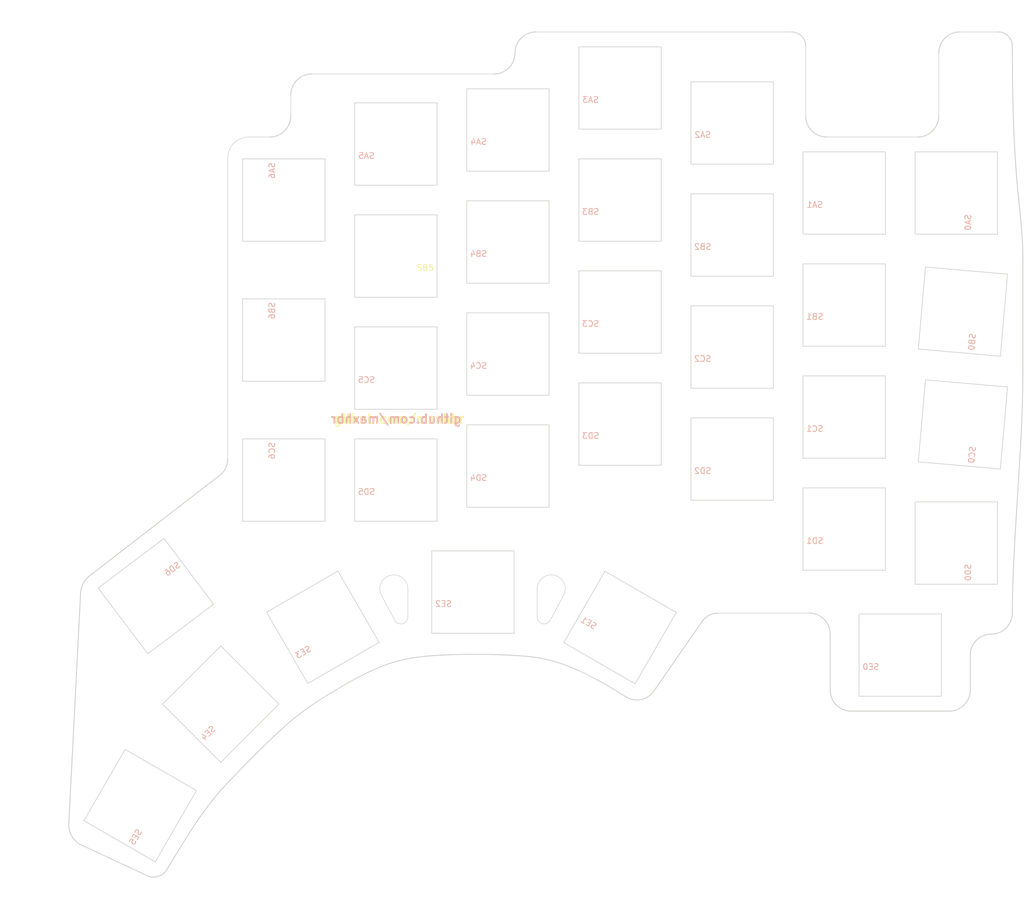
<source format=kicad_pcb>
(kicad_pcb (version 20221018) (generator pcbnew)
  (layers (0 "F.Cu" signal) (31 "B.Cu" signal) (34 "B.Paste" user) (35 "F.Paste" user) (36 "B.SilkS" user "B.Silkscreen") (37 "F.SilkS" user "F.Silkscreen") (38 "B.Mask" user) (39 "F.Mask" user) (44 "Edge.Cuts" user))
  (net 0 "")
  (footprint "pretty:SW_Hole" (layer "F.Cu") (at 101.298715 136.95092 30)
    (fp_text reference "SE3" hide)
    (fp_text value "SW" hide)
    (fp_text user "${REFERENCE}" (at -5 2 210) (layer "B.SilkS") (effects (justify mirror)))
    (fp_line (start -7 -7) (end -7 7) (stroke (width 0.12)) (layer "Edge.Cuts"))
    (fp_line (start -7 7) (end 7 7) (stroke (width 0.12)) (layer "Edge.Cuts"))
    (fp_line (start 7 -7) (end -7 -7) (stroke (width 0.12)) (layer "Edge.Cuts"))
    (fp_line (start 7 7) (end 7 -7) (stroke (width 0.12)) (layer "Edge.Cuts"))
  )
  (footprint "MountingHole:MountingHole_2.2mm_M2" (layer "F.Cu") (at 176.212648 38.100032)
    (fp_text reference "H2" hide)
    (fp_text value "MountingHole")
    (pad "" np_thru_hole circle (at 0 0) (size 2.2 2.2) (drill 2.2) (layers "*.Cu" "*.Mask"))
  )
  (footprint "pretty:SW_Hole" (layer "F.Cu") (at 210.080915 83.27292 85)
    (fp_text reference "SB0" hide)
    (fp_text value "SW" hide)
    (fp_text user "${REFERENCE}" (at -5 2 265) (layer "B.SilkS") (effects (justify mirror)))
    (fp_line (start -7 -7) (end -7 7) (stroke (width 0.12)) (layer "Edge.Cuts"))
    (fp_line (start -7 7) (end 7 7) (stroke (width 0.12)) (layer "Edge.Cuts"))
    (fp_line (start 7 -7) (end -7 -7) (stroke (width 0.12)) (layer "Edge.Cuts"))
    (fp_line (start 7 7) (end 7 -7) (stroke (width 0.12)) (layer "Edge.Cuts"))
  )
  (footprint "pretty:SW_Hole" (layer "F.Cu") (at 170.854815 70.24692)
    (fp_text reference "SB2" hide)
    (fp_text value "SW" hide)
    (fp_text user "${REFERENCE}" (at -5 2 180) (layer "B.SilkS") (effects (justify mirror)))
    (fp_line (start -7 -7) (end -7 7) (stroke (width 0.12)) (layer "Edge.Cuts"))
    (fp_line (start -7 7) (end 7 7) (stroke (width 0.12)) (layer "Edge.Cuts"))
    (fp_line (start 7 -7) (end -7 -7) (stroke (width 0.12)) (layer "Edge.Cuts"))
    (fp_line (start 7 7) (end 7 -7) (stroke (width 0.12)) (layer "Edge.Cuts"))
  )
  (footprint "MountingHole:MountingHole_2.2mm_M2" (layer "F.Cu") (at 214.907993 134.540738)
    (fp_text reference "H11" hide)
    (fp_text value "MountingHole")
    (pad "" np_thru_hole circle (at 0 0) (size 2.2 2.2) (drill 2.2) (layers "*.Cu" "*.Mask"))
  )
  (footprint "pretty:SW_Hole" (layer "F.Cu") (at 189.904815 101.20322)
    (fp_text reference "SC1" hide)
    (fp_text value "SW" hide)
    (fp_text user "${REFERENCE}" (at -5 2 180) (layer "B.SilkS") (effects (justify mirror)))
    (fp_line (start -7 -7) (end -7 7) (stroke (width 0.12)) (layer "Edge.Cuts"))
    (fp_line (start -7 7) (end 7 7) (stroke (width 0.12)) (layer "Edge.Cuts"))
    (fp_line (start 7 -7) (end -7 -7) (stroke (width 0.12)) (layer "Edge.Cuts"))
    (fp_line (start 7 7) (end 7 -7) (stroke (width 0.12)) (layer "Edge.Cuts"))
  )
  (footprint "pretty:SW_Hole" (layer "F.Cu") (at 132.754815 71.43762)
    (fp_text reference "SB4" hide)
    (fp_text value "SW" hide)
    (fp_text user "${REFERENCE}" (at -5 2 180) (layer "B.SilkS") (effects (justify mirror)))
    (fp_line (start -7 -7) (end -7 7) (stroke (width 0.12)) (layer "Edge.Cuts"))
    (fp_line (start -7 7) (end 7 7) (stroke (width 0.12)) (layer "Edge.Cuts"))
    (fp_line (start 7 -7) (end -7 -7) (stroke (width 0.12)) (layer "Edge.Cuts"))
    (fp_line (start 7 7) (end 7 -7) (stroke (width 0.12)) (layer "Edge.Cuts"))
  )
  (footprint "pretty:SW_Hole" (layer "F.Cu") (at 189.904815 120.25322)
    (fp_text reference "SD1" hide)
    (fp_text value "SW" hide)
    (fp_text user "${REFERENCE}" (at -5 2 180) (layer "B.SilkS") (effects (justify mirror)))
    (fp_line (start -7 -7) (end -7 7) (stroke (width 0.12)) (layer "Edge.Cuts"))
    (fp_line (start -7 7) (end 7 7) (stroke (width 0.12)) (layer "Edge.Cuts"))
    (fp_line (start 7 -7) (end -7 -7) (stroke (width 0.12)) (layer "Edge.Cuts"))
    (fp_line (start 7 7) (end 7 -7) (stroke (width 0.12)) (layer "Edge.Cuts"))
  )
  (footprint "pretty:SW_Hole" (layer "F.Cu") (at 151.804783 45.24378)
    (fp_text reference "SA3" hide)
    (fp_text value "SW" hide)
    (fp_text user "${REFERENCE}" (at -5 2 180) (layer "B.SilkS") (effects (justify mirror)))
    (fp_line (start -7 -7) (end -7 7) (stroke (width 0.12)) (layer "Edge.Cuts"))
    (fp_line (start -7 7) (end 7 7) (stroke (width 0.12)) (layer "Edge.Cuts"))
    (fp_line (start 7 -7) (end -7 -7) (stroke (width 0.12)) (layer "Edge.Cuts"))
    (fp_line (start 7 7) (end 7 -7) (stroke (width 0.12)) (layer "Edge.Cuts"))
  )
  (footprint "pretty:SW_Hole" (layer "F.Cu") (at 208.954815 122.63442 90)
    (fp_text reference "SD0" hide)
    (fp_text value "SW" hide)
    (fp_text user "${REFERENCE}" (at -5 2 270) (layer "B.SilkS") (effects (justify mirror)))
    (fp_line (start -7 -7) (end -7 7) (stroke (width 0.12)) (layer "Edge.Cuts"))
    (fp_line (start -7 7) (end 7 7) (stroke (width 0.12)) (layer "Edge.Cuts"))
    (fp_line (start 7 -7) (end -7 -7) (stroke (width 0.12)) (layer "Edge.Cuts"))
    (fp_line (start 7 7) (end 7 -7) (stroke (width 0.12)) (layer "Edge.Cuts"))
  )
  (footprint "MountingHole:MountingHole_2.2mm_M2" (layer "F.Cu") (at 99.417271 50.006292)
    (fp_text reference "H4" hide)
    (fp_text value "MountingHole")
    (pad "" np_thru_hole circle (at 0 0) (size 2.2 2.2) (drill 2.2) (layers "*.Cu" "*.Mask"))
  )
  (footprint "pretty:SW_Hole" (layer "F.Cu") (at 208.954815 63.10322 90)
    (fp_text reference "SA0" hide)
    (fp_text value "SW" hide)
    (fp_text user "${REFERENCE}" (at -5 2 270) (layer "B.SilkS") (effects (justify mirror)))
    (fp_line (start -7 -7) (end -7 7) (stroke (width 0.12)) (layer "Edge.Cuts"))
    (fp_line (start -7 7) (end 7 7) (stroke (width 0.12)) (layer "Edge.Cuts"))
    (fp_line (start 7 -7) (end -7 -7) (stroke (width 0.12)) (layer "Edge.Cuts"))
    (fp_line (start 7 7) (end 7 -7) (stroke (width 0.12)) (layer "Edge.Cuts"))
  )
  (footprint "MountingHole:MountingHole_2.2mm_M2" (layer "F.Cu") (at 91.082889 76.200064)
    (fp_text reference "H5" hide)
    (fp_text value "MountingHole")
    (pad "" np_thru_hole circle (at 0 0) (size 2.2 2.2) (drill 2.2) (layers "*.Cu" "*.Mask"))
  )
  (footprint "pretty:SW_Hole" (layer "F.Cu") (at 126.801615 130.96892)
    (fp_text reference "SE2" hide)
    (fp_text value "SW" hide)
    (fp_text user "${REFERENCE}" (at -5 2 180) (layer "B.SilkS") (effects (justify mirror)))
    (fp_line (start -7 -7) (end -7 7) (stroke (width 0.12)) (layer "Edge.Cuts"))
    (fp_line (start -7 7) (end 7 7) (stroke (width 0.12)) (layer "Edge.Cuts"))
    (fp_line (start 7 -7) (end -7 -7) (stroke (width 0.12)) (layer "Edge.Cuts"))
    (fp_line (start 7 7) (end 7 -7) (stroke (width 0.12)) (layer "Edge.Cuts"))
  )
  (footprint "MountingHole:MountingHole_2.2mm_M2" (layer "F.Cu") (at 91.082889 100.012584)
    (fp_text reference "H6" hide)
    (fp_text value "MountingHole")
    (pad "" np_thru_hole circle (at 0 0) (size 2.2 2.2) (drill 2.2) (layers "*.Cu" "*.Mask"))
  )
  (footprint "pretty:SW_Hole" (layer "F.Cu") (at 94.654715 111.91892 -90)
    (fp_text reference "SC6" hide)
    (fp_text value "SW" hide)
    (fp_text user "${REFERENCE}" (at -5 2 90) (layer "B.SilkS") (effects (justify mirror)))
    (fp_line (start -7 -7) (end -7 7) (stroke (width 0.12)) (layer "Edge.Cuts"))
    (fp_line (start -7 7) (end 7 7) (stroke (width 0.12)) (layer "Edge.Cuts"))
    (fp_line (start 7 -7) (end -7 -7) (stroke (width 0.12)) (layer "Edge.Cuts"))
    (fp_line (start 7 7) (end 7 -7) (stroke (width 0.12)) (layer "Edge.Cuts"))
  )
  (footprint "pretty:SW_Hole" (layer "F.Cu") (at 83.939115 150.01882 45)
    (fp_text reference "SE4" hide)
    (fp_text value "SW" hide)
    (fp_text user "${REFERENCE}" (at -5 2 225) (layer "B.SilkS") (effects (justify mirror)))
    (fp_line (start -7 -7) (end -7 7) (stroke (width 0.12)) (layer "Edge.Cuts"))
    (fp_line (start -7 7) (end 7 7) (stroke (width 0.12)) (layer "Edge.Cuts"))
    (fp_line (start 7 -7) (end -7 -7) (stroke (width 0.12)) (layer "Edge.Cuts"))
    (fp_line (start 7 7) (end 7 -7) (stroke (width 0.12)) (layer "Edge.Cuts"))
  )
  (footprint "MountingHole:MountingHole_2.2mm_M2" (layer "F.Cu") (at 64.889117 148.232937)
    (fp_text reference "H8" hide)
    (fp_text value "MountingHole")
    (pad "" np_thru_hole circle (at 0 0) (size 2.2 2.2) (drill 2.2) (layers "*.Cu" "*.Mask"))
  )
  (footprint "pretty:SW_Hole" (layer "F.Cu") (at 189.904783 63.10318)
    (fp_text reference "SA1" hide)
    (fp_text value "SW" hide)
    (fp_text user "${REFERENCE}" (at -5 2 180) (layer "B.SilkS") (effects (justify mirror)))
    (fp_line (start -7 -7) (end -7 7) (stroke (width 0.12)) (layer "Edge.Cuts"))
    (fp_line (start -7 7) (end 7 7) (stroke (width 0.12)) (layer "Edge.Cuts"))
    (fp_line (start 7 -7) (end -7 -7) (stroke (width 0.12)) (layer "Edge.Cuts"))
    (fp_line (start 7 7) (end 7 -7) (stroke (width 0.12)) (layer "Edge.Cuts"))
  )
  (footprint "pretty:SW_Hole" (layer "F.Cu") (at 70.246815 167.28302 60)
    (fp_text reference locked "SE5" hide)
    (fp_text value "SW" hide)
    (fp_text user "${REFERENCE}" (at -5 2 240) (layer "B.SilkS") (effects (justify mirror)))
    (fp_line (start -7 -7) (end -7 7) (stroke (width 0.12)) (layer "Edge.Cuts"))
    (fp_line (start -7 7) (end 7 7) (stroke (width 0.12)) (layer "Edge.Cuts"))
    (fp_line (start 7 -7) (end -7 -7) (stroke (width 0.12)) (layer "Edge.Cuts"))
    (fp_line (start 7 7) (end 7 -7) (stroke (width 0.12)) (layer "Edge.Cuts"))
  )
  (footprint "pretty:SW_Hole" (layer "F.Cu") (at 72.917515 131.65152 -143)
    (fp_text reference "SD6" hide)
    (fp_text value "SW" hide)
    (fp_text user "${REFERENCE}" (at -5 2 37) (layer "B.SilkS") (effects (justify mirror)))
    (fp_line (start -7 -7) (end -7 7) (stroke (width 0.12)) (layer "Edge.Cuts"))
    (fp_line (start -7 7) (end 7 7) (stroke (width 0.12)) (layer "Edge.Cuts"))
    (fp_line (start 7 -7) (end -7 -7) (stroke (width 0.12)) (layer "Edge.Cuts"))
    (fp_line (start 7 7) (end 7 -7) (stroke (width 0.12)) (layer "Edge.Cuts"))
  )
  (footprint "pretty:SW_Hole" (layer "F.Cu") (at 113.704815 111.91882)
    (fp_text reference "SD5" hide)
    (fp_text value "SW" hide)
    (fp_text user "${REFERENCE}" (at -5 2 180) (layer "B.SilkS") (effects (justify mirror)))
    (fp_line (start -7 -7) (end -7 7) (stroke (width 0.12)) (layer "Edge.Cuts"))
    (fp_line (start -7 7) (end 7 7) (stroke (width 0.12)) (layer "Edge.Cuts"))
    (fp_line (start 7 -7) (end -7 -7) (stroke (width 0.12)) (layer "Edge.Cuts"))
    (fp_line (start 7 7) (end 7 -7) (stroke (width 0.12)) (layer "Edge.Cuts"))
  )
  (footprint "MountingHole:MountingHole_2.2mm_M2" (layer "F.Cu") (at 145.851685 116.681348)
    (fp_text reference "H9" hide)
    (fp_text value "MountingHole")
    (pad "" np_thru_hole circle (at 0 0) (size 2.2 2.2) (drill 2.2) (layers "*.Cu" "*.Mask"))
  )
  (footprint "MountingHole:MountingHole_2.2mm_M2" (layer "F.Cu") (at 183.951717 130.96886)
    (fp_text reference "H10" hide)
    (fp_text value "MountingHole")
    (pad "" np_thru_hole circle (at 0 0) (size 2.2 2.2) (drill 2.2) (layers "*.Cu" "*.Mask"))
  )
  (footprint "pretty:SW_Hole" (layer "F.Cu") (at 151.804815 102.39382)
    (fp_text reference "SD3" hide)
    (fp_text value "SW" hide)
    (fp_text user "${REFERENCE}" (at -5 2 180) (layer "B.SilkS") (effects (justify mirror)))
    (fp_line (start -7 -7) (end -7 7) (stroke (width 0.12)) (layer "Edge.Cuts"))
    (fp_line (start -7 7) (end 7 7) (stroke (width 0.12)) (layer "Edge.Cuts"))
    (fp_line (start 7 -7) (end -7 -7) (stroke (width 0.12)) (layer "Edge.Cuts"))
    (fp_line (start 7 7) (end 7 -7) (stroke (width 0.12)) (layer "Edge.Cuts"))
  )
  (footprint "MountingHole:MountingHole_2.2mm_M2" (layer "F.Cu") (at 214.31268 50.006292)
    (fp_text reference "H1" hide)
    (fp_text value "MountingHole")
    (pad "" np_thru_hole circle (at 0 0) (size 2.2 2.2) (drill 2.2) (layers "*.Cu" "*.Mask"))
  )
  (footprint "pretty:SW_Hole" (layer "F.Cu") (at 132.754815 90.48762)
    (fp_text reference "SC4" hide)
    (fp_text value "SW" hide)
    (fp_text user "${REFERENCE}" (at -5 2 180) (layer "B.SilkS") (effects (justify mirror)))
    (fp_line (start -7 -7) (end -7 7) (stroke (width 0.12)) (layer "Edge.Cuts"))
    (fp_line (start -7 7) (end 7 7) (stroke (width 0.12)) (layer "Edge.Cuts"))
    (fp_line (start 7 -7) (end -7 -7) (stroke (width 0.12)) (layer "Edge.Cuts"))
    (fp_line (start 7 7) (end 7 -7) (stroke (width 0.12)) (layer "Edge.Cuts"))
  )
  (footprint "pretty:SW_Hole" (layer "F.Cu") (at 113.704815 92.86882)
    (fp_text reference "SC5" hide)
    (fp_text value "SW" hide)
    (fp_text user "${REFERENCE}" (at -5 2 180) (layer "B.SilkS") (effects (justify mirror)))
    (fp_line (start -7 -7) (end -7 7) (stroke (width 0.12)) (layer "Edge.Cuts"))
    (fp_line (start -7 7) (end 7 7) (stroke (width 0.12)) (layer "Edge.Cuts"))
    (fp_line (start 7 -7) (end -7 -7) (stroke (width 0.12)) (layer "Edge.Cuts"))
    (fp_line (start 7 7) (end 7 -7) (stroke (width 0.12)) (layer "Edge.Cuts"))
  )
  (footprint "pretty:SW_Hole" (layer "F.Cu") (at 151.804815 83.34382)
    (fp_text reference "SC3" hide)
    (fp_text value "SW" hide)
    (fp_text user "${REFERENCE}" (at -5 2 180) (layer "B.SilkS") (effects (justify mirror)))
    (fp_line (start -7 -7) (end -7 7) (stroke (width 0.12)) (layer "Edge.Cuts"))
    (fp_line (start -7 7) (end 7 7) (stroke (width 0.12)) (layer "Edge.Cuts"))
    (fp_line (start 7 -7) (end -7 -7) (stroke (width 0.12)) (layer "Edge.Cuts"))
    (fp_line (start 7 7) (end 7 -7) (stroke (width 0.12)) (layer "Edge.Cuts"))
  )
  (footprint "MountingHole:MountingHole_2.2mm_M2" (layer "F.Cu") (at 89.892263 126.206356)
    (fp_text reference "H7" hide)
    (fp_text value "MountingHole")
    (pad "" np_thru_hole circle (at 0 0) (size 2.2 2.2) (drill 2.2) (layers "*.Cu" "*.Mask"))
  )
  (footprint "pretty:SW_Hole" (layer "F.Cu") (at 170.854815 89.29692)
    (fp_text reference "SC2" hide)
    (fp_text value "SW" hide)
    (fp_text user "${REFERENCE}" (at -5 2 180) (layer "B.SilkS") (effects (justify mirror)))
    (fp_line (start -7 -7) (end -7 7) (stroke (width 0.12)) (layer "Edge.Cuts"))
    (fp_line (start -7 7) (end 7 7) (stroke (width 0.12)) (layer "Edge.Cuts"))
    (fp_line (start 7 -7) (end -7 -7) (stroke (width 0.12)) (layer "Edge.Cuts"))
    (fp_line (start 7 7) (end 7 -7) (stroke (width 0.12)) (layer "Edge.Cuts"))
  )
  (footprint "MountingHole:MountingHole_2.2mm_M2" (layer "F.Cu") (at 137.517303 39.290658)
    (fp_text reference "H3" hide)
    (fp_text value "MountingHole")
    (pad "" np_thru_hole circle (at 0 0) (size 2.2 2.2) (drill 2.2) (layers "*.Cu" "*.Mask"))
  )
  (footprint "pretty:SW_Hole" (layer "F.Cu") (at 113.704783 54.76878)
    (fp_text reference "SA5" hide)
    (fp_text value "SW" hide)
    (fp_text user "${REFERENCE}" (at -5 2 180) (layer "B.SilkS") (effects (justify mirror)))
    (fp_line (start -7 -7) (end -7 7) (stroke (width 0.12)) (layer "Edge.Cuts"))
    (fp_line (start -7 7) (end 7 7) (stroke (width 0.12)) (layer "Edge.Cuts"))
    (fp_line (start 7 -7) (end -7 -7) (stroke (width 0.12)) (layer "Edge.Cuts"))
    (fp_line (start 7 7) (end 7 -7) (stroke (width 0.12)) (layer "Edge.Cuts"))
  )
  (footprint "pretty:SW_Hole" (layer "F.Cu") (at 94.654815 64.29382 -90)
    (fp_text reference "SA6" hide)
    (fp_text value "SW" hide)
    (fp_text user "${REFERENCE}" (at -5 2 90) (layer "B.SilkS") (effects (justify mirror)))
    (fp_line (start -7 -7) (end -7 7) (stroke (width 0.12)) (layer "Edge.Cuts"))
    (fp_line (start -7 7) (end 7 7) (stroke (width 0.12)) (layer "Edge.Cuts"))
    (fp_line (start 7 -7) (end -7 -7) (stroke (width 0.12)) (layer "Edge.Cuts"))
    (fp_line (start 7 7) (end 7 -7) (stroke (width 0.12)) (layer "Edge.Cuts"))
  )
  (footprint "pretty:SW_Hole" (layer "F.Cu") (at 132.754815 109.53762)
    (fp_text reference "SD4" hide)
    (fp_text value "SW" hide)
    (fp_text user "${REFERENCE}" (at -5 2 180) (layer "B.SilkS") (effects (justify mirror)))
    (fp_line (start -7 -7) (end -7 7) (stroke (width 0.12)) (layer "Edge.Cuts"))
    (fp_line (start -7 7) (end 7 7) (stroke (width 0.12)) (layer "Edge.Cuts"))
    (fp_line (start 7 -7) (end -7 -7) (stroke (width 0.12)) (layer "Edge.Cuts"))
    (fp_line (start 7 7) (end 7 -7) (stroke (width 0.12)) (layer "Edge.Cuts"))
  )
  (footprint "pretty:SW_Hole" (layer "F.Cu") (at 170.854815 108.34692)
    (fp_text reference "SD2" hide)
    (fp_text value "SW" hide)
    (fp_text user "${REFERENCE}" (at -5 2 180) (layer "B.SilkS") (effects (justify mirror)))
    (fp_line (start -7 -7) (end -7 7) (stroke (width 0.12)) (layer "Edge.Cuts"))
    (fp_line (start -7 7) (end 7 7) (stroke (width 0.12)) (layer "Edge.Cuts"))
    (fp_line (start 7 -7) (end -7 -7) (stroke (width 0.12)) (layer "Edge.Cuts"))
    (fp_line (start 7 7) (end 7 -7) (stroke (width 0.12)) (layer "Edge.Cuts"))
  )
  (footprint "pretty:SW_Hole" (layer "F.Cu") (at 170.854783 51.19688)
    (fp_text reference "SA2" hide)
    (fp_text value "SW" hide)
    (fp_text user "${REFERENCE}" (at -5 2 180) (layer "B.SilkS") (effects (justify mirror)))
    (fp_line (start -7 -7) (end -7 7) (stroke (width 0.12)) (layer "Edge.Cuts"))
    (fp_line (start -7 7) (end 7 7) (stroke (width 0.12)) (layer "Edge.Cuts"))
    (fp_line (start 7 -7) (end -7 -7) (stroke (width 0.12)) (layer "Edge.Cuts"))
    (fp_line (start 7 7) (end 7 -7) (stroke (width 0.12)) (layer "Edge.Cuts"))
  )
  (footprint "pretty:SW_Hole" (layer "F.Cu") (at 210.080915 102.45572 85)
    (fp_text reference "SC0" hide)
    (fp_text value "SW" hide)
    (fp_text user "${REFERENCE}" (at -5 2 265) (layer "B.SilkS") (effects (justify mirror)))
    (fp_line (start -7 -7) (end -7 7) (stroke (width 0.12)) (layer "Edge.Cuts"))
    (fp_line (start -7 7) (end 7 7) (stroke (width 0.12)) (layer "Edge.Cuts"))
    (fp_line (start 7 -7) (end -7 -7) (stroke (width 0.12)) (layer "Edge.Cuts"))
    (fp_line (start 7 7) (end 7 -7) (stroke (width 0.12)) (layer "Edge.Cuts"))
  )
  (footprint "pretty:SW_Hole" (layer "F.Cu") (at 94.654815 88.10632 -90)
    (fp_text reference "SB6" hide)
    (fp_text value "SW" hide)
    (fp_text user "${REFERENCE}" (at -5 2 90) (layer "B.SilkS") (effects (justify mirror)))
    (fp_line (start -7 -7) (end -7 7) (stroke (width 0.12)) (layer "Edge.Cuts"))
    (fp_line (start -7 7) (end 7 7) (stroke (width 0.12)) (layer "Edge.Cuts"))
    (fp_line (start 7 -7) (end -7 -7) (stroke (width 0.12)) (layer "Edge.Cuts"))
    (fp_line (start 7 7) (end 7 -7) (stroke (width 0.12)) (layer "Edge.Cuts"))
  )
  (footprint "pretty:SW_Hole" (layer "F.Cu") (at 151.804715 136.99312 -30)
    (fp_text reference locked "SE1" hide)
    (fp_text value "SW" hide)
    (fp_text user "${REFERENCE}" (at -5 2 150) (layer "B.SilkS") (effects (justify mirror)))
    (fp_line (start -7 -7) (end -7 7) (stroke (width 0.12)) (layer "Edge.Cuts"))
    (fp_line (start -7 7) (end 7 7) (stroke (width 0.12)) (layer "Edge.Cuts"))
    (fp_line (start 7 -7) (end -7 -7) (stroke (width 0.12)) (layer "Edge.Cuts"))
    (fp_line (start 7 7) (end 7 -7) (stroke (width 0.12)) (layer "Edge.Cuts"))
  )
  (footprint "pretty:SW_Hole" (layer "F.Cu") (at 199.429815 141.68452)
    (fp_text reference "SE0" hide)
    (fp_text value "SW" hide)
    (fp_text user "${REFERENCE}" (at -5 2 180) (layer "B.SilkS") (effects (justify mirror)))
    (fp_line (start -7 -7) (end -7 7) (stroke (width 0.12)) (layer "Edge.Cuts"))
    (fp_line (start -7 7) (end 7 7) (stroke (width 0.12)) (layer "Edge.Cuts"))
    (fp_line (start 7 -7) (end -7 -7) (stroke (width 0.12)) (layer "Edge.Cuts"))
    (fp_line (start 7 7) (end 7 -7) (stroke (width 0.12)) (layer "Edge.Cuts"))
  )
  (footprint "pretty:SW_Hole" (layer "F.Cu") (at 189.904815 82.15322)
    (fp_text reference "SB1" hide)
    (fp_text value "SW" hide)
    (fp_text user "${REFERENCE}" (at -5 2 180) (layer "B.SilkS") (effects (justify mirror)))
    (fp_line (start -7 -7) (end -7 7) (stroke (width 0.12)) (layer "Edge.Cuts"))
    (fp_line (start -7 7) (end 7 7) (stroke (width 0.12)) (layer "Edge.Cuts"))
    (fp_line (start 7 -7) (end -7 -7) (stroke (width 0.12)) (layer "Edge.Cuts"))
    (fp_line (start 7 7) (end 7 -7) (stroke (width 0.12)) (layer "Edge.Cuts"))
  )
  (footprint "pretty:SW_Hole" (layer "F.Cu") (at 151.804815 64.29382)
    (fp_text reference "SB3" hide)
    (fp_text value "SW" hide)
    (fp_text user "${REFERENCE}" (at -5 2 180) (layer "B.SilkS") (effects (justify mirror)))
    (fp_line (start -7 -7) (end -7 7) (stroke (width 0.12)) (layer "Edge.Cuts"))
    (fp_line (start -7 7) (end 7 7) (stroke (width 0.12)) (layer "Edge.Cuts"))
    (fp_line (start 7 -7) (end -7 -7) (stroke (width 0.12)) (layer "Edge.Cuts"))
    (fp_line (start 7 7) (end 7 -7) (stroke (width 0.12)) (layer "Edge.Cuts"))
  )
  (footprint "pretty:SW_Hole" (layer "F.Cu") (at 132.754783 52.38758)
    (fp_text reference "SA4" hide)
    (fp_text value "SW" hide)
    (fp_text user "${REFERENCE}" (at -5 2 180) (layer "B.SilkS") (effects (justify mirror)))
    (fp_line (start -7 -7) (end -7 7) (stroke (width 0.12)) (layer "Edge.Cuts"))
    (fp_line (start -7 7) (end 7 7) (stroke (width 0.12)) (layer "Edge.Cuts"))
    (fp_line (start 7 -7) (end -7 -7) (stroke (width 0.12)) (layer "Edge.Cuts"))
    (fp_line (start 7 7) (end 7 -7) (stroke (width 0.12)) (layer "Edge.Cuts"))
  )
  (footprint "pretty:SW_Hole" (layer "B.Cu") (at 113.704815 73.81882 180)
    (fp_text reference "SB5" hide)
    (fp_text value "SW" hide)
    (fp_text user "${REFERENCE}" (at -5 -2) (layer "F.SilkS"))
    (fp_line (start -7 -7) (end 7 -7) (stroke (width 0.12)) (layer "Edge.Cuts"))
    (fp_line (start -7 7) (end -7 -7) (stroke (width 0.12)) (layer "Edge.Cuts"))
    (fp_line (start 7 -7) (end 7 7) (stroke (width 0.12)) (layer "Edge.Cuts"))
    (fp_line (start 7 7) (end -7 7) (stroke (width 0.12)) (layer "Edge.Cuts"))
  )
  (gr_arc (start 218.479791 134.540738) (mid 217.433601 137.066396) (end 214.907913 138.112568) (stroke (width 0.16)) (layer "Edge.Cuts"))
  (gr_arc (start 186.928523 53.577966) (mid 184.40274 52.53186) (end 183.356598 50.006088) (stroke (width 0.16)) (layer "Edge.Cuts"))
  (gr_arc (start 139.898555 135.847579) (mid 138.562869 136.326677) (end 137.717268 135.187138) (stroke (width 0.1)) (layer "Edge.Cuts"))
  (gr_arc (start 191.095441 151.209502) (mid 188.569684 150.163367) (end 187.523516 147.637624) (stroke (width 0.16)) (layer "Edge.Cuts"))
  (gr_curve (pts (xy 85.477352 163.016661) (xy 82.748685 165.893994) (xy 80.664685 168.274994) (xy 74.907463 177.946076)) (stroke (width 0.16)) (layer "Edge.Cuts"))
  (gr_line (start 209.550176 35.718756) (end 216.098583 35.71878) (stroke (width 0.1)) (layer "Edge.Cuts"))
  (gr_line (start 61.912552 127.992295) (end 84.083565 110.872662) (stroke (width 0.16)) (layer "Edge.Cuts"))
  (gr_line (start 183.356598 50.006088) (end 183.356404 38.100032) (stroke (width 0.1)) (layer "Edge.Cuts"))
  (gr_arc (start 85.129759 108.346966) (mid 84.857836 109.713854) (end 84.083565 110.872662) (stroke (width 0.16)) (layer "Edge.Cuts"))
  (gr_arc (start 180.975103 35.71878) (mid 182.658917 36.416223) (end 183.356404 38.100032) (stroke (width 0.16)) (layer "Edge.Cuts"))
  (gr_curve (pts (xy 100.905518 149.224827) (xy 98.127352 151.010661) (xy 96.540018 152.201327) (xy 94.059685 154.483494)) (stroke (width 0.16)) (layer "Edge.Cuts"))
  (gr_arc (start 211.336035 141.684493) (mid 212.382219 139.158782) (end 214.907913 138.112568) (stroke (width 0.16)) (layer "Edge.Cuts"))
  (gr_line (start 60.131466 130.975967) (end 58.113087 170.285896) (stroke (width 0.16)) (layer "Edge.Cuts"))
  (gr_line (start 157.757945 147.521159) (end 165.576014 136.213637) (stroke (width 0.16)) (layer "Edge.Cuts"))
  (gr_line (start 60.295583 173.994112) (end 71.43756 179.189213) (stroke (width 0.16)) (layer "Edge.Cuts"))
  (gr_line (start 202.40642 53.578217) (end 186.928523 53.577966) (stroke (width 0.1)) (layer "Edge.Cuts"))
  (gr_arc (start 183.951717 134.540738) (mid 186.477423 135.586901) (end 187.523642 138.112616) (stroke (width 0.16)) (layer "Edge.Cuts"))
  (gr_line (start 191.095441 151.209502) (end 207.764205 151.209549) (stroke (width 0.16)) (layer "Edge.Cuts"))
  (gr_curve (pts (xy 220.26581 94.059454) (xy 220.26581 106.561027) (xy 218.479871 122.634478) (xy 218.479791 134.540738)) (stroke (width 0.16)) (layer "Edge.Cuts"))
  (gr_line (start 220.26581 74.414125) (end 220.26581 94.059454) (stroke (width 0.16)) (layer "Edge.Cuts"))
  (gr_arc (start 111.317854 131.64978) (mid 112.724122 128.129787) (end 115.74101 130.424634) (stroke (width 0.1)) (layer "Edge.Cuts"))
  (gr_line (start 115.74101 130.424634) (end 115.74101 135.187138) (stroke (width 0.1)) (layer "Edge.Cuts"))
  (gr_line (start 187.523516 147.637624) (end 187.523642 138.112616) (stroke (width 0.16)) (layer "Edge.Cuts"))
  (gr_line (start 211.336083 147.637624) (end 211.336035 141.684493) (stroke (width 0.16)) (layer "Edge.Cuts"))
  (gr_arc (start 205.978298 39.290681) (mid 207.024461 36.764949) (end 209.550176 35.718756) (stroke (width 0.16)) (layer "Edge.Cuts"))
  (gr_curve (pts (xy 111.125352 143.668994) (xy 107.652685 145.057994) (xy 103.683685 147.438994) (xy 100.905518 149.224827)) (stroke (width 0.16)) (layer "Edge.Cuts"))
  (gr_arc (start 157.757945 147.521159) (mid 155.588998 149.185136) (end 152.878661 148.82825) (stroke (width 0.16)) (layer "Edge.Cuts"))
  (gr_line (start 92.273515 53.57817) (end 88.701637 53.578154) (stroke (width 0.1)) (layer "Edge.Cuts"))
  (gr_arc (start 137.717268 130.424634) (mid 140.734156 128.129787) (end 142.140424 131.64978) (stroke (width 0.1)) (layer "Edge.Cuts"))
  (gr_line (start 137.717268 135.187138) (end 137.717268 130.424634) (stroke (width 0.1)) (layer "Edge.Cuts"))
  (gr_arc (start 85.129759 57.150032) (mid 86.175926 54.624308) (end 88.701637 53.578154) (stroke (width 0.1)) (layer "Edge.Cuts"))
  (gr_arc (start 60.131466 130.975967) (mid 60.693278 129.287897) (end 61.912552 127.992295) (stroke (width 0.16)) (layer "Edge.Cuts"))
  (gr_curve (pts (xy 152.878661 148.82825) (xy 143.172685 142.676994) (xy 139.005685 142.081494) (xy 134.540852 141.783744)) (stroke (width 0.16)) (layer "Edge.Cuts"))
  (gr_line (start 183.951717 134.540738) (end 168.473579 134.540738) (stroke (width 0.1)) (layer "Edge.Cuts"))
  (gr_curve (pts (xy 121.443852 141.684494) (xy 117.574352 141.882994) (xy 114.598018 142.279994) (xy 111.125352 143.668994)) (stroke (width 0.16)) (layer "Edge.Cuts"))
  (gr_line (start 99.417271 42.862489) (end 130.373547 42.86263) (stroke (width 0.1)) (layer "Edge.Cuts"))
  (gr_arc (start 205.978298 50.006292) (mid 204.932146 52.532034) (end 202.40642 53.578217) (stroke (width 0.16)) (layer "Edge.Cuts"))
  (gr_arc (start 165.576014 136.213637) (mid 166.800667 134.988987) (end 168.473579 134.540738) (stroke (width 0.16)) (layer "Edge.Cuts"))
  (gr_arc (start 115.74101 135.187138) (mid 114.895409 136.326677) (end 113.559723 135.847579) (stroke (width 0.1)) (layer "Edge.Cuts"))
  (gr_arc (start 95.845393 46.434414) (mid 96.891528 43.908666) (end 99.417271 42.862489) (stroke (width 0.16)) (layer "Edge.Cuts"))
  (gr_line (start 111.317854 131.64978) (end 113.559723 135.847579) (stroke (width 0.1)) (layer "Edge.Cuts"))
  (gr_arc (start 60.295583 173.994111) (mid 58.62716 172.479704) (end 58.113087 170.285896) (stroke (width 0.16)) (layer "Edge.Cuts"))
  (gr_curve (pts (xy 94.059685 154.483494) (xy 91.579352 156.765661) (xy 88.206018 160.139327) (xy 85.477352 163.016661)) (stroke (width 0.16)) (layer "Edge.Cuts"))
  (gr_line (start 205.978298 39.290681) (end 205.978298 50.006292) (stroke (width 0.1)) (layer "Edge.Cuts"))
  (gr_curve (pts (xy 134.540852 141.783744) (xy 130.076018 141.485994) (xy 125.313352 141.485994) (xy 121.443852 141.684494)) (stroke (width 0.16)) (layer "Edge.Cuts"))
  (gr_line (start 95.845393 50.006245) (end 95.845393 46.434414) (stroke (width 0.1)) (layer "Edge.Cuts"))
  (gr_arc (start 74.907463 177.946076) (mid 73.427765 179.280114) (end 71.43756 179.189213) (stroke (width 0.16)) (layer "Edge.Cuts"))
  (gr_arc (start 216.098583 35.71878) (mid 217.782417 36.416231) (end 218.479871 38.100064) (stroke (width 0.16)) (layer "Edge.Cuts"))
  (gr_curve (pts (xy 218.479871 38.100064) (xy 218.479871 63.103178) (xy 220.26581 65.48443) (xy 220.26581 74.414125)) (stroke (width 0.16)) (layer "Edge.Cuts"))
  (gr_arc (start 133.945425 39.290705) (mid 134.991563 36.76497) (end 137.517303 35.71878) (stroke (width 0.16)) (layer "Edge.Cuts"))
  (gr_arc (start 95.845393 50.006245) (mid 94.79925 52.531979) (end 92.273515 53.57817) (stroke (width 0.16)) (layer "Edge.Cuts"))
  (gr_arc (start 133.945425 39.290705) (mid 132.899296 41.816472) (end 130.373547 42.86263) (stroke (width 0.16)) (layer "Edge.Cuts"))
  (gr_line (start 137.517303 35.71878) (end 180.975103 35.71878) (stroke (width 0.1)) (layer "Edge.Cuts"))
  (gr_arc (start 211.336083 147.637624) (mid 210.289932 150.163351) (end 207.764205 151.209549) (stroke (width 0.16)) (layer "Edge.Cuts"))
  (gr_line (start 85.129759 57.150032) (end 85.129759 108.346966) (stroke (width 0.1)) (layer "Edge.Cuts"))
  (gr_line (start 139.898555 135.847579) (end 142.140424 131.64978) (stroke (width 0.1)) (layer "Edge.Cuts"))
  (gr_text locked "github.com/maxhbr" (at 125.01573 102.393836) (layer "B.SilkS") (effects (font (size 1.5 1.5) (thickness 0.3) bold) (justify left bottom mirror)))
  (gr_text locked "github.com/maxhbr" (at 102.989149 102.393836) (layer "F.SilkS") (effects (font (size 1.5 1.5) (thickness 0.3) bold) (justify left bottom)))
)
</source>
